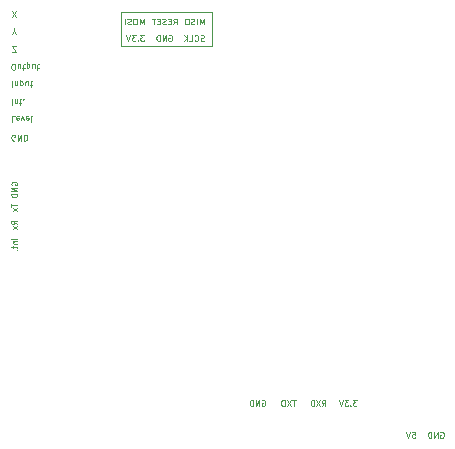
<source format=gbr>
%TF.GenerationSoftware,KiCad,Pcbnew,8.0.3-8.0.3-0~ubuntu22.04.1*%
%TF.CreationDate,2024-08-07T12:48:35+03:00*%
%TF.ProjectId,communication_body,636f6d6d-756e-4696-9361-74696f6e5f62,rev?*%
%TF.SameCoordinates,Original*%
%TF.FileFunction,Legend,Bot*%
%TF.FilePolarity,Positive*%
%FSLAX46Y46*%
G04 Gerber Fmt 4.6, Leading zero omitted, Abs format (unit mm)*
G04 Created by KiCad (PCBNEW 8.0.3-8.0.3-0~ubuntu22.04.1) date 2024-08-07 12:48:35*
%MOMM*%
%LPD*%
G01*
G04 APERTURE LIST*
%ADD10C,0.100000*%
%ADD11C,0.080000*%
G04 APERTURE END LIST*
D10*
X126500000Y-90100000D02*
X134200000Y-90100000D01*
X134200000Y-90100000D02*
X134200000Y-93000000D01*
X134200000Y-93000000D02*
X126500000Y-93000000D01*
X126500000Y-93000000D02*
X126500000Y-90100000D01*
D11*
X153566416Y-125658459D02*
X153614035Y-125634649D01*
X153614035Y-125634649D02*
X153685464Y-125634649D01*
X153685464Y-125634649D02*
X153756892Y-125658459D01*
X153756892Y-125658459D02*
X153804511Y-125706078D01*
X153804511Y-125706078D02*
X153828321Y-125753697D01*
X153828321Y-125753697D02*
X153852130Y-125848935D01*
X153852130Y-125848935D02*
X153852130Y-125920363D01*
X153852130Y-125920363D02*
X153828321Y-126015601D01*
X153828321Y-126015601D02*
X153804511Y-126063220D01*
X153804511Y-126063220D02*
X153756892Y-126110840D01*
X153756892Y-126110840D02*
X153685464Y-126134649D01*
X153685464Y-126134649D02*
X153637845Y-126134649D01*
X153637845Y-126134649D02*
X153566416Y-126110840D01*
X153566416Y-126110840D02*
X153542607Y-126087030D01*
X153542607Y-126087030D02*
X153542607Y-125920363D01*
X153542607Y-125920363D02*
X153637845Y-125920363D01*
X153328321Y-126134649D02*
X153328321Y-125634649D01*
X153328321Y-125634649D02*
X153042607Y-126134649D01*
X153042607Y-126134649D02*
X153042607Y-125634649D01*
X152804511Y-126134649D02*
X152804511Y-125634649D01*
X152804511Y-125634649D02*
X152685463Y-125634649D01*
X152685463Y-125634649D02*
X152614035Y-125658459D01*
X152614035Y-125658459D02*
X152566416Y-125706078D01*
X152566416Y-125706078D02*
X152542606Y-125753697D01*
X152542606Y-125753697D02*
X152518797Y-125848935D01*
X152518797Y-125848935D02*
X152518797Y-125920363D01*
X152518797Y-125920363D02*
X152542606Y-126015601D01*
X152542606Y-126015601D02*
X152566416Y-126063220D01*
X152566416Y-126063220D02*
X152614035Y-126110840D01*
X152614035Y-126110840D02*
X152685463Y-126134649D01*
X152685463Y-126134649D02*
X152804511Y-126134649D01*
X133528321Y-91134649D02*
X133528321Y-90634649D01*
X133528321Y-90634649D02*
X133361654Y-90991792D01*
X133361654Y-90991792D02*
X133194988Y-90634649D01*
X133194988Y-90634649D02*
X133194988Y-91134649D01*
X132956892Y-91134649D02*
X132956892Y-90634649D01*
X132742606Y-91110840D02*
X132671178Y-91134649D01*
X132671178Y-91134649D02*
X132552130Y-91134649D01*
X132552130Y-91134649D02*
X132504511Y-91110840D01*
X132504511Y-91110840D02*
X132480702Y-91087030D01*
X132480702Y-91087030D02*
X132456892Y-91039411D01*
X132456892Y-91039411D02*
X132456892Y-90991792D01*
X132456892Y-90991792D02*
X132480702Y-90944173D01*
X132480702Y-90944173D02*
X132504511Y-90920363D01*
X132504511Y-90920363D02*
X132552130Y-90896554D01*
X132552130Y-90896554D02*
X132647368Y-90872744D01*
X132647368Y-90872744D02*
X132694987Y-90848935D01*
X132694987Y-90848935D02*
X132718797Y-90825125D01*
X132718797Y-90825125D02*
X132742606Y-90777506D01*
X132742606Y-90777506D02*
X132742606Y-90729887D01*
X132742606Y-90729887D02*
X132718797Y-90682268D01*
X132718797Y-90682268D02*
X132694987Y-90658459D01*
X132694987Y-90658459D02*
X132647368Y-90634649D01*
X132647368Y-90634649D02*
X132528321Y-90634649D01*
X132528321Y-90634649D02*
X132456892Y-90658459D01*
X132147369Y-90634649D02*
X132052131Y-90634649D01*
X132052131Y-90634649D02*
X132004512Y-90658459D01*
X132004512Y-90658459D02*
X131956893Y-90706078D01*
X131956893Y-90706078D02*
X131933083Y-90801316D01*
X131933083Y-90801316D02*
X131933083Y-90967982D01*
X131933083Y-90967982D02*
X131956893Y-91063220D01*
X131956893Y-91063220D02*
X132004512Y-91110840D01*
X132004512Y-91110840D02*
X132052131Y-91134649D01*
X132052131Y-91134649D02*
X132147369Y-91134649D01*
X132147369Y-91134649D02*
X132194988Y-91110840D01*
X132194988Y-91110840D02*
X132242607Y-91063220D01*
X132242607Y-91063220D02*
X132266416Y-90967982D01*
X132266416Y-90967982D02*
X132266416Y-90801316D01*
X132266416Y-90801316D02*
X132242607Y-90706078D01*
X132242607Y-90706078D02*
X132194988Y-90658459D01*
X132194988Y-90658459D02*
X132147369Y-90634649D01*
X143542607Y-123434649D02*
X143709273Y-123196554D01*
X143828321Y-123434649D02*
X143828321Y-122934649D01*
X143828321Y-122934649D02*
X143637845Y-122934649D01*
X143637845Y-122934649D02*
X143590226Y-122958459D01*
X143590226Y-122958459D02*
X143566416Y-122982268D01*
X143566416Y-122982268D02*
X143542607Y-123029887D01*
X143542607Y-123029887D02*
X143542607Y-123101316D01*
X143542607Y-123101316D02*
X143566416Y-123148935D01*
X143566416Y-123148935D02*
X143590226Y-123172744D01*
X143590226Y-123172744D02*
X143637845Y-123196554D01*
X143637845Y-123196554D02*
X143828321Y-123196554D01*
X143375940Y-122934649D02*
X143042607Y-123434649D01*
X143042607Y-122934649D02*
X143375940Y-123434649D01*
X142852131Y-123434649D02*
X142852131Y-122934649D01*
X142852131Y-122934649D02*
X142733083Y-122934649D01*
X142733083Y-122934649D02*
X142661655Y-122958459D01*
X142661655Y-122958459D02*
X142614036Y-123006078D01*
X142614036Y-123006078D02*
X142590226Y-123053697D01*
X142590226Y-123053697D02*
X142566417Y-123148935D01*
X142566417Y-123148935D02*
X142566417Y-123220363D01*
X142566417Y-123220363D02*
X142590226Y-123315601D01*
X142590226Y-123315601D02*
X142614036Y-123363220D01*
X142614036Y-123363220D02*
X142661655Y-123410840D01*
X142661655Y-123410840D02*
X142733083Y-123434649D01*
X142733083Y-123434649D02*
X142852131Y-123434649D01*
X130566416Y-92058459D02*
X130614035Y-92034649D01*
X130614035Y-92034649D02*
X130685464Y-92034649D01*
X130685464Y-92034649D02*
X130756892Y-92058459D01*
X130756892Y-92058459D02*
X130804511Y-92106078D01*
X130804511Y-92106078D02*
X130828321Y-92153697D01*
X130828321Y-92153697D02*
X130852130Y-92248935D01*
X130852130Y-92248935D02*
X130852130Y-92320363D01*
X130852130Y-92320363D02*
X130828321Y-92415601D01*
X130828321Y-92415601D02*
X130804511Y-92463220D01*
X130804511Y-92463220D02*
X130756892Y-92510840D01*
X130756892Y-92510840D02*
X130685464Y-92534649D01*
X130685464Y-92534649D02*
X130637845Y-92534649D01*
X130637845Y-92534649D02*
X130566416Y-92510840D01*
X130566416Y-92510840D02*
X130542607Y-92487030D01*
X130542607Y-92487030D02*
X130542607Y-92320363D01*
X130542607Y-92320363D02*
X130637845Y-92320363D01*
X130328321Y-92534649D02*
X130328321Y-92034649D01*
X130328321Y-92034649D02*
X130042607Y-92534649D01*
X130042607Y-92534649D02*
X130042607Y-92034649D01*
X129804511Y-92534649D02*
X129804511Y-92034649D01*
X129804511Y-92034649D02*
X129685463Y-92034649D01*
X129685463Y-92034649D02*
X129614035Y-92058459D01*
X129614035Y-92058459D02*
X129566416Y-92106078D01*
X129566416Y-92106078D02*
X129542606Y-92153697D01*
X129542606Y-92153697D02*
X129518797Y-92248935D01*
X129518797Y-92248935D02*
X129518797Y-92320363D01*
X129518797Y-92320363D02*
X129542606Y-92415601D01*
X129542606Y-92415601D02*
X129566416Y-92463220D01*
X129566416Y-92463220D02*
X129614035Y-92510840D01*
X129614035Y-92510840D02*
X129685463Y-92534649D01*
X129685463Y-92534649D02*
X129804511Y-92534649D01*
X117234649Y-106300250D02*
X117234649Y-106585964D01*
X117734649Y-106443107D02*
X117234649Y-106443107D01*
X117734649Y-106705011D02*
X117401316Y-106966916D01*
X117401316Y-106705011D02*
X117734649Y-106966916D01*
X117466916Y-91703445D02*
X117466916Y-91465350D01*
X117300250Y-91965350D02*
X117466916Y-91703445D01*
X117466916Y-91703445D02*
X117633583Y-91965350D01*
X146475940Y-122934649D02*
X146166416Y-122934649D01*
X146166416Y-122934649D02*
X146333083Y-123125125D01*
X146333083Y-123125125D02*
X146261654Y-123125125D01*
X146261654Y-123125125D02*
X146214035Y-123148935D01*
X146214035Y-123148935D02*
X146190226Y-123172744D01*
X146190226Y-123172744D02*
X146166416Y-123220363D01*
X146166416Y-123220363D02*
X146166416Y-123339411D01*
X146166416Y-123339411D02*
X146190226Y-123387030D01*
X146190226Y-123387030D02*
X146214035Y-123410840D01*
X146214035Y-123410840D02*
X146261654Y-123434649D01*
X146261654Y-123434649D02*
X146404511Y-123434649D01*
X146404511Y-123434649D02*
X146452130Y-123410840D01*
X146452130Y-123410840D02*
X146475940Y-123387030D01*
X145952131Y-123387030D02*
X145928321Y-123410840D01*
X145928321Y-123410840D02*
X145952131Y-123434649D01*
X145952131Y-123434649D02*
X145975940Y-123410840D01*
X145975940Y-123410840D02*
X145952131Y-123387030D01*
X145952131Y-123387030D02*
X145952131Y-123434649D01*
X145761655Y-122934649D02*
X145452131Y-122934649D01*
X145452131Y-122934649D02*
X145618798Y-123125125D01*
X145618798Y-123125125D02*
X145547369Y-123125125D01*
X145547369Y-123125125D02*
X145499750Y-123148935D01*
X145499750Y-123148935D02*
X145475941Y-123172744D01*
X145475941Y-123172744D02*
X145452131Y-123220363D01*
X145452131Y-123220363D02*
X145452131Y-123339411D01*
X145452131Y-123339411D02*
X145475941Y-123387030D01*
X145475941Y-123387030D02*
X145499750Y-123410840D01*
X145499750Y-123410840D02*
X145547369Y-123434649D01*
X145547369Y-123434649D02*
X145690226Y-123434649D01*
X145690226Y-123434649D02*
X145737845Y-123410840D01*
X145737845Y-123410840D02*
X145761655Y-123387030D01*
X145309274Y-122934649D02*
X145142608Y-123434649D01*
X145142608Y-123434649D02*
X144975941Y-122934649D01*
X117509773Y-98865350D02*
X117271678Y-98865350D01*
X117271678Y-98865350D02*
X117271678Y-99365350D01*
X117866916Y-98889160D02*
X117819297Y-98865350D01*
X117819297Y-98865350D02*
X117724059Y-98865350D01*
X117724059Y-98865350D02*
X117676440Y-98889160D01*
X117676440Y-98889160D02*
X117652631Y-98936779D01*
X117652631Y-98936779D02*
X117652631Y-99127255D01*
X117652631Y-99127255D02*
X117676440Y-99174874D01*
X117676440Y-99174874D02*
X117724059Y-99198683D01*
X117724059Y-99198683D02*
X117819297Y-99198683D01*
X117819297Y-99198683D02*
X117866916Y-99174874D01*
X117866916Y-99174874D02*
X117890726Y-99127255D01*
X117890726Y-99127255D02*
X117890726Y-99079636D01*
X117890726Y-99079636D02*
X117652631Y-99032017D01*
X118057392Y-99198683D02*
X118176440Y-98865350D01*
X118176440Y-98865350D02*
X118295487Y-99198683D01*
X118676439Y-98889160D02*
X118628820Y-98865350D01*
X118628820Y-98865350D02*
X118533582Y-98865350D01*
X118533582Y-98865350D02*
X118485963Y-98889160D01*
X118485963Y-98889160D02*
X118462154Y-98936779D01*
X118462154Y-98936779D02*
X118462154Y-99127255D01*
X118462154Y-99127255D02*
X118485963Y-99174874D01*
X118485963Y-99174874D02*
X118533582Y-99198683D01*
X118533582Y-99198683D02*
X118628820Y-99198683D01*
X118628820Y-99198683D02*
X118676439Y-99174874D01*
X118676439Y-99174874D02*
X118700249Y-99127255D01*
X118700249Y-99127255D02*
X118700249Y-99079636D01*
X118700249Y-99079636D02*
X118462154Y-99032017D01*
X118985963Y-98865350D02*
X118938344Y-98889160D01*
X118938344Y-98889160D02*
X118914534Y-98936779D01*
X118914534Y-98936779D02*
X118914534Y-99365350D01*
X117271678Y-97465350D02*
X117271678Y-97965350D01*
X117509773Y-97798683D02*
X117509773Y-97465350D01*
X117509773Y-97751064D02*
X117533583Y-97774874D01*
X117533583Y-97774874D02*
X117581202Y-97798683D01*
X117581202Y-97798683D02*
X117652630Y-97798683D01*
X117652630Y-97798683D02*
X117700249Y-97774874D01*
X117700249Y-97774874D02*
X117724059Y-97727255D01*
X117724059Y-97727255D02*
X117724059Y-97465350D01*
X117890726Y-97798683D02*
X118081202Y-97798683D01*
X117962154Y-97965350D02*
X117962154Y-97536779D01*
X117962154Y-97536779D02*
X117985964Y-97489160D01*
X117985964Y-97489160D02*
X118033583Y-97465350D01*
X118033583Y-97465350D02*
X118081202Y-97465350D01*
X118247868Y-97512969D02*
X118271678Y-97489160D01*
X118271678Y-97489160D02*
X118247868Y-97465350D01*
X118247868Y-97465350D02*
X118224059Y-97489160D01*
X118224059Y-97489160D02*
X118247868Y-97512969D01*
X118247868Y-97512969D02*
X118247868Y-97465350D01*
X138466416Y-122958459D02*
X138514035Y-122934649D01*
X138514035Y-122934649D02*
X138585464Y-122934649D01*
X138585464Y-122934649D02*
X138656892Y-122958459D01*
X138656892Y-122958459D02*
X138704511Y-123006078D01*
X138704511Y-123006078D02*
X138728321Y-123053697D01*
X138728321Y-123053697D02*
X138752130Y-123148935D01*
X138752130Y-123148935D02*
X138752130Y-123220363D01*
X138752130Y-123220363D02*
X138728321Y-123315601D01*
X138728321Y-123315601D02*
X138704511Y-123363220D01*
X138704511Y-123363220D02*
X138656892Y-123410840D01*
X138656892Y-123410840D02*
X138585464Y-123434649D01*
X138585464Y-123434649D02*
X138537845Y-123434649D01*
X138537845Y-123434649D02*
X138466416Y-123410840D01*
X138466416Y-123410840D02*
X138442607Y-123387030D01*
X138442607Y-123387030D02*
X138442607Y-123220363D01*
X138442607Y-123220363D02*
X138537845Y-123220363D01*
X138228321Y-123434649D02*
X138228321Y-122934649D01*
X138228321Y-122934649D02*
X137942607Y-123434649D01*
X137942607Y-123434649D02*
X137942607Y-122934649D01*
X137704511Y-123434649D02*
X137704511Y-122934649D01*
X137704511Y-122934649D02*
X137585463Y-122934649D01*
X137585463Y-122934649D02*
X137514035Y-122958459D01*
X137514035Y-122958459D02*
X137466416Y-123006078D01*
X137466416Y-123006078D02*
X137442606Y-123053697D01*
X137442606Y-123053697D02*
X137418797Y-123148935D01*
X137418797Y-123148935D02*
X137418797Y-123220363D01*
X137418797Y-123220363D02*
X137442606Y-123315601D01*
X137442606Y-123315601D02*
X137466416Y-123363220D01*
X137466416Y-123363220D02*
X137514035Y-123410840D01*
X137514035Y-123410840D02*
X137585463Y-123434649D01*
X137585463Y-123434649D02*
X137704511Y-123434649D01*
X117734649Y-108057392D02*
X117496554Y-107890726D01*
X117734649Y-107771678D02*
X117234649Y-107771678D01*
X117234649Y-107771678D02*
X117234649Y-107962154D01*
X117234649Y-107962154D02*
X117258459Y-108009773D01*
X117258459Y-108009773D02*
X117282268Y-108033583D01*
X117282268Y-108033583D02*
X117329887Y-108057392D01*
X117329887Y-108057392D02*
X117401316Y-108057392D01*
X117401316Y-108057392D02*
X117448935Y-108033583D01*
X117448935Y-108033583D02*
X117472744Y-108009773D01*
X117472744Y-108009773D02*
X117496554Y-107962154D01*
X117496554Y-107962154D02*
X117496554Y-107771678D01*
X117734649Y-108224059D02*
X117401316Y-108485964D01*
X117401316Y-108224059D02*
X117734649Y-108485964D01*
X117324059Y-90465350D02*
X117657392Y-89965350D01*
X117657392Y-90465350D02*
X117324059Y-89965350D01*
X117533583Y-100941540D02*
X117485964Y-100965350D01*
X117485964Y-100965350D02*
X117414535Y-100965350D01*
X117414535Y-100965350D02*
X117343107Y-100941540D01*
X117343107Y-100941540D02*
X117295488Y-100893921D01*
X117295488Y-100893921D02*
X117271678Y-100846302D01*
X117271678Y-100846302D02*
X117247869Y-100751064D01*
X117247869Y-100751064D02*
X117247869Y-100679636D01*
X117247869Y-100679636D02*
X117271678Y-100584398D01*
X117271678Y-100584398D02*
X117295488Y-100536779D01*
X117295488Y-100536779D02*
X117343107Y-100489160D01*
X117343107Y-100489160D02*
X117414535Y-100465350D01*
X117414535Y-100465350D02*
X117462154Y-100465350D01*
X117462154Y-100465350D02*
X117533583Y-100489160D01*
X117533583Y-100489160D02*
X117557392Y-100512969D01*
X117557392Y-100512969D02*
X117557392Y-100679636D01*
X117557392Y-100679636D02*
X117462154Y-100679636D01*
X117771678Y-100465350D02*
X117771678Y-100965350D01*
X117771678Y-100965350D02*
X118057392Y-100465350D01*
X118057392Y-100465350D02*
X118057392Y-100965350D01*
X118295488Y-100465350D02*
X118295488Y-100965350D01*
X118295488Y-100965350D02*
X118414536Y-100965350D01*
X118414536Y-100965350D02*
X118485964Y-100941540D01*
X118485964Y-100941540D02*
X118533583Y-100893921D01*
X118533583Y-100893921D02*
X118557393Y-100846302D01*
X118557393Y-100846302D02*
X118581202Y-100751064D01*
X118581202Y-100751064D02*
X118581202Y-100679636D01*
X118581202Y-100679636D02*
X118557393Y-100584398D01*
X118557393Y-100584398D02*
X118533583Y-100536779D01*
X118533583Y-100536779D02*
X118485964Y-100489160D01*
X118485964Y-100489160D02*
X118414536Y-100465350D01*
X118414536Y-100465350D02*
X118295488Y-100465350D01*
X117258459Y-104733583D02*
X117234649Y-104685964D01*
X117234649Y-104685964D02*
X117234649Y-104614535D01*
X117234649Y-104614535D02*
X117258459Y-104543107D01*
X117258459Y-104543107D02*
X117306078Y-104495488D01*
X117306078Y-104495488D02*
X117353697Y-104471678D01*
X117353697Y-104471678D02*
X117448935Y-104447869D01*
X117448935Y-104447869D02*
X117520363Y-104447869D01*
X117520363Y-104447869D02*
X117615601Y-104471678D01*
X117615601Y-104471678D02*
X117663220Y-104495488D01*
X117663220Y-104495488D02*
X117710840Y-104543107D01*
X117710840Y-104543107D02*
X117734649Y-104614535D01*
X117734649Y-104614535D02*
X117734649Y-104662154D01*
X117734649Y-104662154D02*
X117710840Y-104733583D01*
X117710840Y-104733583D02*
X117687030Y-104757392D01*
X117687030Y-104757392D02*
X117520363Y-104757392D01*
X117520363Y-104757392D02*
X117520363Y-104662154D01*
X117734649Y-104971678D02*
X117234649Y-104971678D01*
X117234649Y-104971678D02*
X117734649Y-105257392D01*
X117734649Y-105257392D02*
X117234649Y-105257392D01*
X117734649Y-105495488D02*
X117234649Y-105495488D01*
X117234649Y-105495488D02*
X117234649Y-105614536D01*
X117234649Y-105614536D02*
X117258459Y-105685964D01*
X117258459Y-105685964D02*
X117306078Y-105733583D01*
X117306078Y-105733583D02*
X117353697Y-105757393D01*
X117353697Y-105757393D02*
X117448935Y-105781202D01*
X117448935Y-105781202D02*
X117520363Y-105781202D01*
X117520363Y-105781202D02*
X117615601Y-105757393D01*
X117615601Y-105757393D02*
X117663220Y-105733583D01*
X117663220Y-105733583D02*
X117710840Y-105685964D01*
X117710840Y-105685964D02*
X117734649Y-105614536D01*
X117734649Y-105614536D02*
X117734649Y-105495488D01*
X117271678Y-95965350D02*
X117271678Y-96465350D01*
X117509773Y-96298683D02*
X117509773Y-95965350D01*
X117509773Y-96251064D02*
X117533583Y-96274874D01*
X117533583Y-96274874D02*
X117581202Y-96298683D01*
X117581202Y-96298683D02*
X117652630Y-96298683D01*
X117652630Y-96298683D02*
X117700249Y-96274874D01*
X117700249Y-96274874D02*
X117724059Y-96227255D01*
X117724059Y-96227255D02*
X117724059Y-95965350D01*
X117962154Y-96298683D02*
X117962154Y-95798683D01*
X117962154Y-96274874D02*
X118009773Y-96298683D01*
X118009773Y-96298683D02*
X118105011Y-96298683D01*
X118105011Y-96298683D02*
X118152630Y-96274874D01*
X118152630Y-96274874D02*
X118176440Y-96251064D01*
X118176440Y-96251064D02*
X118200249Y-96203445D01*
X118200249Y-96203445D02*
X118200249Y-96060588D01*
X118200249Y-96060588D02*
X118176440Y-96012969D01*
X118176440Y-96012969D02*
X118152630Y-95989160D01*
X118152630Y-95989160D02*
X118105011Y-95965350D01*
X118105011Y-95965350D02*
X118009773Y-95965350D01*
X118009773Y-95965350D02*
X117962154Y-95989160D01*
X118628821Y-96298683D02*
X118628821Y-95965350D01*
X118414535Y-96298683D02*
X118414535Y-96036779D01*
X118414535Y-96036779D02*
X118438345Y-95989160D01*
X118438345Y-95989160D02*
X118485964Y-95965350D01*
X118485964Y-95965350D02*
X118557392Y-95965350D01*
X118557392Y-95965350D02*
X118605011Y-95989160D01*
X118605011Y-95989160D02*
X118628821Y-96012969D01*
X118795488Y-96298683D02*
X118985964Y-96298683D01*
X118866916Y-96465350D02*
X118866916Y-96036779D01*
X118866916Y-96036779D02*
X118890726Y-95989160D01*
X118890726Y-95989160D02*
X118938345Y-95965350D01*
X118938345Y-95965350D02*
X118985964Y-95965350D01*
X141299749Y-122934649D02*
X141014035Y-122934649D01*
X141156892Y-123434649D02*
X141156892Y-122934649D01*
X140894988Y-122934649D02*
X140561655Y-123434649D01*
X140561655Y-122934649D02*
X140894988Y-123434649D01*
X140371179Y-123434649D02*
X140371179Y-122934649D01*
X140371179Y-122934649D02*
X140252131Y-122934649D01*
X140252131Y-122934649D02*
X140180703Y-122958459D01*
X140180703Y-122958459D02*
X140133084Y-123006078D01*
X140133084Y-123006078D02*
X140109274Y-123053697D01*
X140109274Y-123053697D02*
X140085465Y-123148935D01*
X140085465Y-123148935D02*
X140085465Y-123220363D01*
X140085465Y-123220363D02*
X140109274Y-123315601D01*
X140109274Y-123315601D02*
X140133084Y-123363220D01*
X140133084Y-123363220D02*
X140180703Y-123410840D01*
X140180703Y-123410840D02*
X140252131Y-123434649D01*
X140252131Y-123434649D02*
X140371179Y-123434649D01*
X117366916Y-94965350D02*
X117462154Y-94965350D01*
X117462154Y-94965350D02*
X117509773Y-94941540D01*
X117509773Y-94941540D02*
X117557392Y-94893921D01*
X117557392Y-94893921D02*
X117581202Y-94798683D01*
X117581202Y-94798683D02*
X117581202Y-94632017D01*
X117581202Y-94632017D02*
X117557392Y-94536779D01*
X117557392Y-94536779D02*
X117509773Y-94489160D01*
X117509773Y-94489160D02*
X117462154Y-94465350D01*
X117462154Y-94465350D02*
X117366916Y-94465350D01*
X117366916Y-94465350D02*
X117319297Y-94489160D01*
X117319297Y-94489160D02*
X117271678Y-94536779D01*
X117271678Y-94536779D02*
X117247869Y-94632017D01*
X117247869Y-94632017D02*
X117247869Y-94798683D01*
X117247869Y-94798683D02*
X117271678Y-94893921D01*
X117271678Y-94893921D02*
X117319297Y-94941540D01*
X117319297Y-94941540D02*
X117366916Y-94965350D01*
X118009774Y-94798683D02*
X118009774Y-94465350D01*
X117795488Y-94798683D02*
X117795488Y-94536779D01*
X117795488Y-94536779D02*
X117819298Y-94489160D01*
X117819298Y-94489160D02*
X117866917Y-94465350D01*
X117866917Y-94465350D02*
X117938345Y-94465350D01*
X117938345Y-94465350D02*
X117985964Y-94489160D01*
X117985964Y-94489160D02*
X118009774Y-94512969D01*
X118176441Y-94798683D02*
X118366917Y-94798683D01*
X118247869Y-94965350D02*
X118247869Y-94536779D01*
X118247869Y-94536779D02*
X118271679Y-94489160D01*
X118271679Y-94489160D02*
X118319298Y-94465350D01*
X118319298Y-94465350D02*
X118366917Y-94465350D01*
X118533583Y-94798683D02*
X118533583Y-94298683D01*
X118533583Y-94774874D02*
X118581202Y-94798683D01*
X118581202Y-94798683D02*
X118676440Y-94798683D01*
X118676440Y-94798683D02*
X118724059Y-94774874D01*
X118724059Y-94774874D02*
X118747869Y-94751064D01*
X118747869Y-94751064D02*
X118771678Y-94703445D01*
X118771678Y-94703445D02*
X118771678Y-94560588D01*
X118771678Y-94560588D02*
X118747869Y-94512969D01*
X118747869Y-94512969D02*
X118724059Y-94489160D01*
X118724059Y-94489160D02*
X118676440Y-94465350D01*
X118676440Y-94465350D02*
X118581202Y-94465350D01*
X118581202Y-94465350D02*
X118533583Y-94489160D01*
X119200250Y-94798683D02*
X119200250Y-94465350D01*
X118985964Y-94798683D02*
X118985964Y-94536779D01*
X118985964Y-94536779D02*
X119009774Y-94489160D01*
X119009774Y-94489160D02*
X119057393Y-94465350D01*
X119057393Y-94465350D02*
X119128821Y-94465350D01*
X119128821Y-94465350D02*
X119176440Y-94489160D01*
X119176440Y-94489160D02*
X119200250Y-94512969D01*
X119366917Y-94798683D02*
X119557393Y-94798683D01*
X119438345Y-94965350D02*
X119438345Y-94536779D01*
X119438345Y-94536779D02*
X119462155Y-94489160D01*
X119462155Y-94489160D02*
X119509774Y-94465350D01*
X119509774Y-94465350D02*
X119557393Y-94465350D01*
X151190226Y-125634649D02*
X151428321Y-125634649D01*
X151428321Y-125634649D02*
X151452130Y-125872744D01*
X151452130Y-125872744D02*
X151428321Y-125848935D01*
X151428321Y-125848935D02*
X151380702Y-125825125D01*
X151380702Y-125825125D02*
X151261654Y-125825125D01*
X151261654Y-125825125D02*
X151214035Y-125848935D01*
X151214035Y-125848935D02*
X151190226Y-125872744D01*
X151190226Y-125872744D02*
X151166416Y-125920363D01*
X151166416Y-125920363D02*
X151166416Y-126039411D01*
X151166416Y-126039411D02*
X151190226Y-126087030D01*
X151190226Y-126087030D02*
X151214035Y-126110840D01*
X151214035Y-126110840D02*
X151261654Y-126134649D01*
X151261654Y-126134649D02*
X151380702Y-126134649D01*
X151380702Y-126134649D02*
X151428321Y-126110840D01*
X151428321Y-126110840D02*
X151452130Y-126087030D01*
X151023559Y-125634649D02*
X150856893Y-126134649D01*
X150856893Y-126134649D02*
X150690226Y-125634649D01*
X130942607Y-91134649D02*
X131109273Y-90896554D01*
X131228321Y-91134649D02*
X131228321Y-90634649D01*
X131228321Y-90634649D02*
X131037845Y-90634649D01*
X131037845Y-90634649D02*
X130990226Y-90658459D01*
X130990226Y-90658459D02*
X130966416Y-90682268D01*
X130966416Y-90682268D02*
X130942607Y-90729887D01*
X130942607Y-90729887D02*
X130942607Y-90801316D01*
X130942607Y-90801316D02*
X130966416Y-90848935D01*
X130966416Y-90848935D02*
X130990226Y-90872744D01*
X130990226Y-90872744D02*
X131037845Y-90896554D01*
X131037845Y-90896554D02*
X131228321Y-90896554D01*
X130728321Y-90872744D02*
X130561654Y-90872744D01*
X130490226Y-91134649D02*
X130728321Y-91134649D01*
X130728321Y-91134649D02*
X130728321Y-90634649D01*
X130728321Y-90634649D02*
X130490226Y-90634649D01*
X130299749Y-91110840D02*
X130228321Y-91134649D01*
X130228321Y-91134649D02*
X130109273Y-91134649D01*
X130109273Y-91134649D02*
X130061654Y-91110840D01*
X130061654Y-91110840D02*
X130037845Y-91087030D01*
X130037845Y-91087030D02*
X130014035Y-91039411D01*
X130014035Y-91039411D02*
X130014035Y-90991792D01*
X130014035Y-90991792D02*
X130037845Y-90944173D01*
X130037845Y-90944173D02*
X130061654Y-90920363D01*
X130061654Y-90920363D02*
X130109273Y-90896554D01*
X130109273Y-90896554D02*
X130204511Y-90872744D01*
X130204511Y-90872744D02*
X130252130Y-90848935D01*
X130252130Y-90848935D02*
X130275940Y-90825125D01*
X130275940Y-90825125D02*
X130299749Y-90777506D01*
X130299749Y-90777506D02*
X130299749Y-90729887D01*
X130299749Y-90729887D02*
X130275940Y-90682268D01*
X130275940Y-90682268D02*
X130252130Y-90658459D01*
X130252130Y-90658459D02*
X130204511Y-90634649D01*
X130204511Y-90634649D02*
X130085464Y-90634649D01*
X130085464Y-90634649D02*
X130014035Y-90658459D01*
X129799750Y-90872744D02*
X129633083Y-90872744D01*
X129561655Y-91134649D02*
X129799750Y-91134649D01*
X129799750Y-91134649D02*
X129799750Y-90634649D01*
X129799750Y-90634649D02*
X129561655Y-90634649D01*
X129418797Y-90634649D02*
X129133083Y-90634649D01*
X129275940Y-91134649D02*
X129275940Y-90634649D01*
X117324059Y-93465350D02*
X117657392Y-93465350D01*
X117657392Y-93465350D02*
X117324059Y-92965350D01*
X117324059Y-92965350D02*
X117657392Y-92965350D01*
X117734649Y-109271678D02*
X117234649Y-109271678D01*
X117401316Y-109509773D02*
X117734649Y-109509773D01*
X117448935Y-109509773D02*
X117425125Y-109533583D01*
X117425125Y-109533583D02*
X117401316Y-109581202D01*
X117401316Y-109581202D02*
X117401316Y-109652630D01*
X117401316Y-109652630D02*
X117425125Y-109700249D01*
X117425125Y-109700249D02*
X117472744Y-109724059D01*
X117472744Y-109724059D02*
X117734649Y-109724059D01*
X117401316Y-109890726D02*
X117401316Y-110081202D01*
X117234649Y-109962154D02*
X117663220Y-109962154D01*
X117663220Y-109962154D02*
X117710840Y-109985964D01*
X117710840Y-109985964D02*
X117734649Y-110033583D01*
X117734649Y-110033583D02*
X117734649Y-110081202D01*
X117687030Y-110247868D02*
X117710840Y-110271678D01*
X117710840Y-110271678D02*
X117734649Y-110247868D01*
X117734649Y-110247868D02*
X117710840Y-110224059D01*
X117710840Y-110224059D02*
X117687030Y-110247868D01*
X117687030Y-110247868D02*
X117734649Y-110247868D01*
X133552130Y-92510840D02*
X133480702Y-92534649D01*
X133480702Y-92534649D02*
X133361654Y-92534649D01*
X133361654Y-92534649D02*
X133314035Y-92510840D01*
X133314035Y-92510840D02*
X133290226Y-92487030D01*
X133290226Y-92487030D02*
X133266416Y-92439411D01*
X133266416Y-92439411D02*
X133266416Y-92391792D01*
X133266416Y-92391792D02*
X133290226Y-92344173D01*
X133290226Y-92344173D02*
X133314035Y-92320363D01*
X133314035Y-92320363D02*
X133361654Y-92296554D01*
X133361654Y-92296554D02*
X133456892Y-92272744D01*
X133456892Y-92272744D02*
X133504511Y-92248935D01*
X133504511Y-92248935D02*
X133528321Y-92225125D01*
X133528321Y-92225125D02*
X133552130Y-92177506D01*
X133552130Y-92177506D02*
X133552130Y-92129887D01*
X133552130Y-92129887D02*
X133528321Y-92082268D01*
X133528321Y-92082268D02*
X133504511Y-92058459D01*
X133504511Y-92058459D02*
X133456892Y-92034649D01*
X133456892Y-92034649D02*
X133337845Y-92034649D01*
X133337845Y-92034649D02*
X133266416Y-92058459D01*
X132766417Y-92487030D02*
X132790226Y-92510840D01*
X132790226Y-92510840D02*
X132861655Y-92534649D01*
X132861655Y-92534649D02*
X132909274Y-92534649D01*
X132909274Y-92534649D02*
X132980702Y-92510840D01*
X132980702Y-92510840D02*
X133028321Y-92463220D01*
X133028321Y-92463220D02*
X133052131Y-92415601D01*
X133052131Y-92415601D02*
X133075940Y-92320363D01*
X133075940Y-92320363D02*
X133075940Y-92248935D01*
X133075940Y-92248935D02*
X133052131Y-92153697D01*
X133052131Y-92153697D02*
X133028321Y-92106078D01*
X133028321Y-92106078D02*
X132980702Y-92058459D01*
X132980702Y-92058459D02*
X132909274Y-92034649D01*
X132909274Y-92034649D02*
X132861655Y-92034649D01*
X132861655Y-92034649D02*
X132790226Y-92058459D01*
X132790226Y-92058459D02*
X132766417Y-92082268D01*
X132314036Y-92534649D02*
X132552131Y-92534649D01*
X132552131Y-92534649D02*
X132552131Y-92034649D01*
X132147369Y-92534649D02*
X132147369Y-92034649D01*
X131861655Y-92534649D02*
X132075940Y-92248935D01*
X131861655Y-92034649D02*
X132147369Y-92320363D01*
X128428321Y-91134649D02*
X128428321Y-90634649D01*
X128428321Y-90634649D02*
X128261654Y-90991792D01*
X128261654Y-90991792D02*
X128094988Y-90634649D01*
X128094988Y-90634649D02*
X128094988Y-91134649D01*
X127761654Y-90634649D02*
X127666416Y-90634649D01*
X127666416Y-90634649D02*
X127618797Y-90658459D01*
X127618797Y-90658459D02*
X127571178Y-90706078D01*
X127571178Y-90706078D02*
X127547368Y-90801316D01*
X127547368Y-90801316D02*
X127547368Y-90967982D01*
X127547368Y-90967982D02*
X127571178Y-91063220D01*
X127571178Y-91063220D02*
X127618797Y-91110840D01*
X127618797Y-91110840D02*
X127666416Y-91134649D01*
X127666416Y-91134649D02*
X127761654Y-91134649D01*
X127761654Y-91134649D02*
X127809273Y-91110840D01*
X127809273Y-91110840D02*
X127856892Y-91063220D01*
X127856892Y-91063220D02*
X127880701Y-90967982D01*
X127880701Y-90967982D02*
X127880701Y-90801316D01*
X127880701Y-90801316D02*
X127856892Y-90706078D01*
X127856892Y-90706078D02*
X127809273Y-90658459D01*
X127809273Y-90658459D02*
X127761654Y-90634649D01*
X127356891Y-91110840D02*
X127285463Y-91134649D01*
X127285463Y-91134649D02*
X127166415Y-91134649D01*
X127166415Y-91134649D02*
X127118796Y-91110840D01*
X127118796Y-91110840D02*
X127094987Y-91087030D01*
X127094987Y-91087030D02*
X127071177Y-91039411D01*
X127071177Y-91039411D02*
X127071177Y-90991792D01*
X127071177Y-90991792D02*
X127094987Y-90944173D01*
X127094987Y-90944173D02*
X127118796Y-90920363D01*
X127118796Y-90920363D02*
X127166415Y-90896554D01*
X127166415Y-90896554D02*
X127261653Y-90872744D01*
X127261653Y-90872744D02*
X127309272Y-90848935D01*
X127309272Y-90848935D02*
X127333082Y-90825125D01*
X127333082Y-90825125D02*
X127356891Y-90777506D01*
X127356891Y-90777506D02*
X127356891Y-90729887D01*
X127356891Y-90729887D02*
X127333082Y-90682268D01*
X127333082Y-90682268D02*
X127309272Y-90658459D01*
X127309272Y-90658459D02*
X127261653Y-90634649D01*
X127261653Y-90634649D02*
X127142606Y-90634649D01*
X127142606Y-90634649D02*
X127071177Y-90658459D01*
X126856892Y-91134649D02*
X126856892Y-90634649D01*
X128475940Y-92034649D02*
X128166416Y-92034649D01*
X128166416Y-92034649D02*
X128333083Y-92225125D01*
X128333083Y-92225125D02*
X128261654Y-92225125D01*
X128261654Y-92225125D02*
X128214035Y-92248935D01*
X128214035Y-92248935D02*
X128190226Y-92272744D01*
X128190226Y-92272744D02*
X128166416Y-92320363D01*
X128166416Y-92320363D02*
X128166416Y-92439411D01*
X128166416Y-92439411D02*
X128190226Y-92487030D01*
X128190226Y-92487030D02*
X128214035Y-92510840D01*
X128214035Y-92510840D02*
X128261654Y-92534649D01*
X128261654Y-92534649D02*
X128404511Y-92534649D01*
X128404511Y-92534649D02*
X128452130Y-92510840D01*
X128452130Y-92510840D02*
X128475940Y-92487030D01*
X127952131Y-92487030D02*
X127928321Y-92510840D01*
X127928321Y-92510840D02*
X127952131Y-92534649D01*
X127952131Y-92534649D02*
X127975940Y-92510840D01*
X127975940Y-92510840D02*
X127952131Y-92487030D01*
X127952131Y-92487030D02*
X127952131Y-92534649D01*
X127761655Y-92034649D02*
X127452131Y-92034649D01*
X127452131Y-92034649D02*
X127618798Y-92225125D01*
X127618798Y-92225125D02*
X127547369Y-92225125D01*
X127547369Y-92225125D02*
X127499750Y-92248935D01*
X127499750Y-92248935D02*
X127475941Y-92272744D01*
X127475941Y-92272744D02*
X127452131Y-92320363D01*
X127452131Y-92320363D02*
X127452131Y-92439411D01*
X127452131Y-92439411D02*
X127475941Y-92487030D01*
X127475941Y-92487030D02*
X127499750Y-92510840D01*
X127499750Y-92510840D02*
X127547369Y-92534649D01*
X127547369Y-92534649D02*
X127690226Y-92534649D01*
X127690226Y-92534649D02*
X127737845Y-92510840D01*
X127737845Y-92510840D02*
X127761655Y-92487030D01*
X127309274Y-92034649D02*
X127142608Y-92534649D01*
X127142608Y-92534649D02*
X126975941Y-92034649D01*
M02*

</source>
